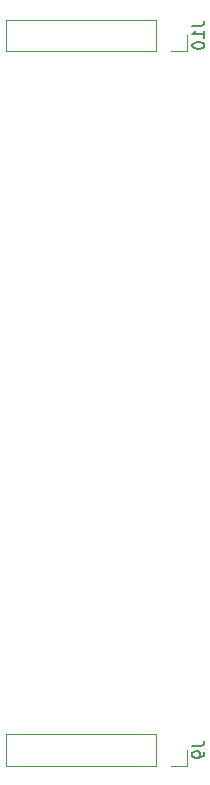
<source format=gbo>
%TF.GenerationSoftware,KiCad,Pcbnew,(6.0.1)*%
%TF.CreationDate,2022-10-24T18:55:48-04:00*%
%TF.ProjectId,ER-MIDI-VC4-01_CTLS,45522d4d-4944-4492-9d56-43342d30315f,1*%
%TF.SameCoordinates,Original*%
%TF.FileFunction,Legend,Bot*%
%TF.FilePolarity,Positive*%
%FSLAX46Y46*%
G04 Gerber Fmt 4.6, Leading zero omitted, Abs format (unit mm)*
G04 Created by KiCad (PCBNEW (6.0.1)) date 2022-10-24 18:55:48*
%MOMM*%
%LPD*%
G01*
G04 APERTURE LIST*
%ADD10C,0.150000*%
%ADD11C,0.120000*%
G04 APERTURE END LIST*
D10*
%TO.C,J10*%
X88782380Y-34690476D02*
X89496666Y-34690476D01*
X89639523Y-34642857D01*
X89734761Y-34547619D01*
X89782380Y-34404761D01*
X89782380Y-34309523D01*
X89782380Y-35690476D02*
X89782380Y-35119047D01*
X89782380Y-35404761D02*
X88782380Y-35404761D01*
X88925238Y-35309523D01*
X89020476Y-35214285D01*
X89068095Y-35119047D01*
X88782380Y-36309523D02*
X88782380Y-36404761D01*
X88830000Y-36500000D01*
X88877619Y-36547619D01*
X88972857Y-36595238D01*
X89163333Y-36642857D01*
X89401428Y-36642857D01*
X89591904Y-36595238D01*
X89687142Y-36547619D01*
X89734761Y-36500000D01*
X89782380Y-36404761D01*
X89782380Y-36309523D01*
X89734761Y-36214285D01*
X89687142Y-36166666D01*
X89591904Y-36119047D01*
X89401428Y-36071428D01*
X89163333Y-36071428D01*
X88972857Y-36119047D01*
X88877619Y-36166666D01*
X88830000Y-36214285D01*
X88782380Y-36309523D01*
%TO.C,J9*%
X88782380Y-95666666D02*
X89496666Y-95666666D01*
X89639523Y-95619047D01*
X89734761Y-95523809D01*
X89782380Y-95380952D01*
X89782380Y-95285714D01*
X89782380Y-96190476D02*
X89782380Y-96380952D01*
X89734761Y-96476190D01*
X89687142Y-96523809D01*
X89544285Y-96619047D01*
X89353809Y-96666666D01*
X88972857Y-96666666D01*
X88877619Y-96619047D01*
X88830000Y-96571428D01*
X88782380Y-96476190D01*
X88782380Y-96285714D01*
X88830000Y-96190476D01*
X88877619Y-96142857D01*
X88972857Y-96095238D01*
X89210952Y-96095238D01*
X89306190Y-96142857D01*
X89353809Y-96190476D01*
X89401428Y-96285714D01*
X89401428Y-96476190D01*
X89353809Y-96571428D01*
X89306190Y-96619047D01*
X89210952Y-96666666D01*
D11*
%TO.C,J10*%
X87000000Y-36830000D02*
X88330000Y-36830000D01*
X85730000Y-34170000D02*
X72970000Y-34170000D01*
X72970000Y-36830000D02*
X72970000Y-34170000D01*
X85730000Y-36830000D02*
X85730000Y-34170000D01*
X88330000Y-36830000D02*
X88330000Y-35500000D01*
X85730000Y-36830000D02*
X72970000Y-36830000D01*
%TO.C,J9*%
X88330000Y-97330000D02*
X88330000Y-96000000D01*
X85730000Y-97330000D02*
X72970000Y-97330000D01*
X72970000Y-97330000D02*
X72970000Y-94670000D01*
X87000000Y-97330000D02*
X88330000Y-97330000D01*
X85730000Y-94670000D02*
X72970000Y-94670000D01*
X85730000Y-97330000D02*
X85730000Y-94670000D01*
%TD*%
M02*

</source>
